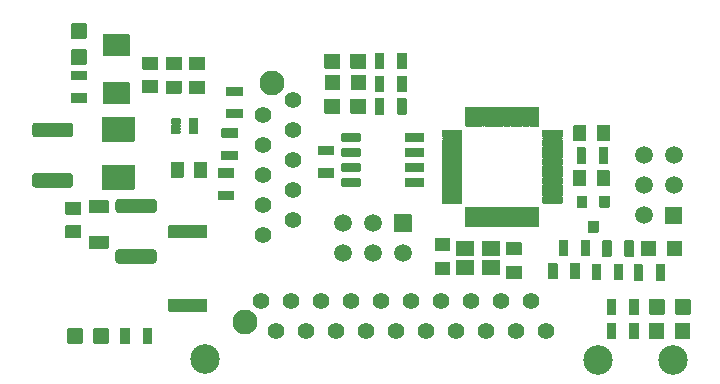
<source format=gts>
G04 #@! TF.GenerationSoftware,KiCad,Pcbnew,(5.1.10-1-10_14)*
G04 #@! TF.CreationDate,2021-10-01T00:48:21-04:00*
G04 #@! TF.ProjectId,dashboard,64617368-626f-4617-9264-2e6b69636164,rev?*
G04 #@! TF.SameCoordinates,Original*
G04 #@! TF.FileFunction,Soldermask,Top*
G04 #@! TF.FilePolarity,Negative*
%FSLAX46Y46*%
G04 Gerber Fmt 4.6, Leading zero omitted, Abs format (unit mm)*
G04 Created by KiCad (PCBNEW (5.1.10-1-10_14)) date 2021-10-01 00:48:21*
%MOMM*%
%LPD*%
G01*
G04 APERTURE LIST*
%ADD10C,1.402000*%
%ADD11C,2.102000*%
%ADD12C,1.502000*%
%ADD13C,2.502000*%
%ADD14C,0.100000*%
G04 APERTURE END LIST*
D10*
X50007520Y-47264320D03*
X50007520Y-44724320D03*
X50007520Y-42184320D03*
X50007520Y-49804320D03*
X47467520Y-43454320D03*
X47467520Y-45994320D03*
X47467520Y-48534320D03*
X47467520Y-51074320D03*
X50007520Y-52344320D03*
X47467520Y-53614320D03*
D11*
X48207520Y-40784320D03*
G36*
G01*
X53459141Y-46895660D02*
X52159139Y-46895660D01*
G75*
G02*
X52108140Y-46844661I0J50999D01*
G01*
X52108140Y-46144659D01*
G75*
G02*
X52159139Y-46093660I50999J0D01*
G01*
X53459141Y-46093660D01*
G75*
G02*
X53510140Y-46144659I0J-50999D01*
G01*
X53510140Y-46844661D01*
G75*
G02*
X53459141Y-46895660I-50999J0D01*
G01*
G37*
G36*
G01*
X53459141Y-48795660D02*
X52159139Y-48795660D01*
G75*
G02*
X52108140Y-48744661I0J50999D01*
G01*
X52108140Y-48044659D01*
G75*
G02*
X52159139Y-47993660I50999J0D01*
G01*
X53459141Y-47993660D01*
G75*
G02*
X53510140Y-48044659I0J-50999D01*
G01*
X53510140Y-48744661D01*
G75*
G02*
X53459141Y-48795660I-50999J0D01*
G01*
G37*
G36*
G01*
X42707360Y-60125360D02*
X39507360Y-60125360D01*
G75*
G02*
X39456360Y-60074360I0J51000D01*
G01*
X39456360Y-59074360D01*
G75*
G02*
X39507360Y-59023360I51000J0D01*
G01*
X42707360Y-59023360D01*
G75*
G02*
X42758360Y-59074360I0J-51000D01*
G01*
X42758360Y-60074360D01*
G75*
G02*
X42707360Y-60125360I-51000J0D01*
G01*
G37*
G36*
G01*
X42707360Y-53925360D02*
X39507360Y-53925360D01*
G75*
G02*
X39456360Y-53874360I0J51000D01*
G01*
X39456360Y-52874360D01*
G75*
G02*
X39507360Y-52823360I51000J0D01*
G01*
X42707360Y-52823360D01*
G75*
G02*
X42758360Y-52874360I0J-51000D01*
G01*
X42758360Y-53874360D01*
G75*
G02*
X42707360Y-53925360I-51000J0D01*
G01*
G37*
G36*
G01*
X73749840Y-45643960D02*
X73749840Y-44393960D01*
G75*
G02*
X73800840Y-44342960I51000J0D01*
G01*
X74800840Y-44342960D01*
G75*
G02*
X74851840Y-44393960I0J-51000D01*
G01*
X74851840Y-45643960D01*
G75*
G02*
X74800840Y-45694960I-51000J0D01*
G01*
X73800840Y-45694960D01*
G75*
G02*
X73749840Y-45643960I0J51000D01*
G01*
G37*
G36*
G01*
X75749840Y-45643960D02*
X75749840Y-44393960D01*
G75*
G02*
X75800840Y-44342960I51000J0D01*
G01*
X76800840Y-44342960D01*
G75*
G02*
X76851840Y-44393960I0J-51000D01*
G01*
X76851840Y-45643960D01*
G75*
G02*
X76800840Y-45694960I-51000J0D01*
G01*
X75800840Y-45694960D01*
G75*
G02*
X75749840Y-45643960I0J51000D01*
G01*
G37*
D12*
X79687420Y-46906180D03*
X82227420Y-46906180D03*
X79687420Y-49446180D03*
X82227420Y-49446180D03*
X79687420Y-51986180D03*
G36*
G01*
X82978420Y-51286180D02*
X82978420Y-52686180D01*
G75*
G02*
X82927420Y-52737180I-51000J0D01*
G01*
X81527420Y-52737180D01*
G75*
G02*
X81476420Y-52686180I0J51000D01*
G01*
X81476420Y-51286180D01*
G75*
G02*
X81527420Y-51235180I51000J0D01*
G01*
X82927420Y-51235180D01*
G75*
G02*
X82978420Y-51286180I0J-51000D01*
G01*
G37*
D10*
X52400200Y-59199780D03*
X49860200Y-59199780D03*
X47320200Y-59199780D03*
X54940200Y-59199780D03*
X48590200Y-61739780D03*
X51130200Y-61739780D03*
X53670200Y-61739780D03*
X56210200Y-61739780D03*
X57480200Y-59199780D03*
X58750200Y-61739780D03*
X60020200Y-59199780D03*
X61290200Y-61739780D03*
X62560200Y-59199780D03*
X63830200Y-61739780D03*
X65100200Y-59199780D03*
X66370200Y-61739780D03*
X67640200Y-59199780D03*
X68910200Y-61739780D03*
X70180200Y-59199780D03*
X71450200Y-61739780D03*
D11*
X45920200Y-60999780D03*
G36*
G01*
X78072340Y-55447961D02*
X78072340Y-54147959D01*
G75*
G02*
X78123339Y-54096960I50999J0D01*
G01*
X78823341Y-54096960D01*
G75*
G02*
X78874340Y-54147959I0J-50999D01*
G01*
X78874340Y-55447961D01*
G75*
G02*
X78823341Y-55498960I-50999J0D01*
G01*
X78123339Y-55498960D01*
G75*
G02*
X78072340Y-55447961I0J50999D01*
G01*
G37*
G36*
G01*
X76172340Y-55447961D02*
X76172340Y-54147959D01*
G75*
G02*
X76223339Y-54096960I50999J0D01*
G01*
X76923341Y-54096960D01*
G75*
G02*
X76974340Y-54147959I0J-50999D01*
G01*
X76974340Y-55447961D01*
G75*
G02*
X76923341Y-55498960I-50999J0D01*
G01*
X76223339Y-55498960D01*
G75*
G02*
X76172340Y-55447961I0J50999D01*
G01*
G37*
G36*
G01*
X76715340Y-46273959D02*
X76715340Y-47573961D01*
G75*
G02*
X76664341Y-47624960I-50999J0D01*
G01*
X75964339Y-47624960D01*
G75*
G02*
X75913340Y-47573961I0J50999D01*
G01*
X75913340Y-46273959D01*
G75*
G02*
X75964339Y-46222960I50999J0D01*
G01*
X76664341Y-46222960D01*
G75*
G02*
X76715340Y-46273959I0J-50999D01*
G01*
G37*
G36*
G01*
X74815340Y-46273959D02*
X74815340Y-47573961D01*
G75*
G02*
X74764341Y-47624960I-50999J0D01*
G01*
X74064339Y-47624960D01*
G75*
G02*
X74013340Y-47573961I0J50999D01*
G01*
X74013340Y-46273959D01*
G75*
G02*
X74064339Y-46222960I50999J0D01*
G01*
X74764341Y-46222960D01*
G75*
G02*
X74815340Y-46273959I0J-50999D01*
G01*
G37*
G36*
G01*
X67512540Y-55798059D02*
X67512540Y-56998061D01*
G75*
G02*
X67461541Y-57049060I-50999J0D01*
G01*
X66061539Y-57049060D01*
G75*
G02*
X66010540Y-56998061I0J50999D01*
G01*
X66010540Y-55798059D01*
G75*
G02*
X66061539Y-55747060I50999J0D01*
G01*
X67461541Y-55747060D01*
G75*
G02*
X67512540Y-55798059I0J-50999D01*
G01*
G37*
G36*
G01*
X65312540Y-55798059D02*
X65312540Y-56998061D01*
G75*
G02*
X65261541Y-57049060I-50999J0D01*
G01*
X63861539Y-57049060D01*
G75*
G02*
X63810540Y-56998061I0J50999D01*
G01*
X63810540Y-55798059D01*
G75*
G02*
X63861539Y-55747060I50999J0D01*
G01*
X65261541Y-55747060D01*
G75*
G02*
X65312540Y-55798059I0J-50999D01*
G01*
G37*
G36*
G01*
X65312540Y-54198059D02*
X65312540Y-55398061D01*
G75*
G02*
X65261541Y-55449060I-50999J0D01*
G01*
X63861539Y-55449060D01*
G75*
G02*
X63810540Y-55398061I0J50999D01*
G01*
X63810540Y-54198059D01*
G75*
G02*
X63861539Y-54147060I50999J0D01*
G01*
X65261541Y-54147060D01*
G75*
G02*
X65312540Y-54198059I0J-50999D01*
G01*
G37*
G36*
G01*
X67512540Y-54198059D02*
X67512540Y-55398061D01*
G75*
G02*
X67461541Y-55449060I-50999J0D01*
G01*
X66061539Y-55449060D01*
G75*
G02*
X66010540Y-55398061I0J50999D01*
G01*
X66010540Y-54198059D01*
G75*
G02*
X66061539Y-54147060I50999J0D01*
G01*
X67461541Y-54147060D01*
G75*
G02*
X67512540Y-54198059I0J-50999D01*
G01*
G37*
G36*
G01*
X63289340Y-56983960D02*
X62039340Y-56983960D01*
G75*
G02*
X61988340Y-56932960I0J51000D01*
G01*
X61988340Y-55932960D01*
G75*
G02*
X62039340Y-55881960I51000J0D01*
G01*
X63289340Y-55881960D01*
G75*
G02*
X63340340Y-55932960I0J-51000D01*
G01*
X63340340Y-56932960D01*
G75*
G02*
X63289340Y-56983960I-51000J0D01*
G01*
G37*
G36*
G01*
X63289340Y-54983960D02*
X62039340Y-54983960D01*
G75*
G02*
X61988340Y-54932960I0J51000D01*
G01*
X61988340Y-53932960D01*
G75*
G02*
X62039340Y-53881960I51000J0D01*
G01*
X63289340Y-53881960D01*
G75*
G02*
X63340340Y-53932960I0J-51000D01*
G01*
X63340340Y-54932960D01*
G75*
G02*
X63289340Y-54983960I-51000J0D01*
G01*
G37*
G36*
G01*
X61135740Y-48897260D02*
X61135740Y-49497260D01*
G75*
G02*
X61084740Y-49548260I-51000J0D01*
G01*
X59534740Y-49548260D01*
G75*
G02*
X59483740Y-49497260I0J51000D01*
G01*
X59483740Y-48897260D01*
G75*
G02*
X59534740Y-48846260I51000J0D01*
G01*
X61084740Y-48846260D01*
G75*
G02*
X61135740Y-48897260I0J-51000D01*
G01*
G37*
G36*
G01*
X61135740Y-47627260D02*
X61135740Y-48227260D01*
G75*
G02*
X61084740Y-48278260I-51000J0D01*
G01*
X59534740Y-48278260D01*
G75*
G02*
X59483740Y-48227260I0J51000D01*
G01*
X59483740Y-47627260D01*
G75*
G02*
X59534740Y-47576260I51000J0D01*
G01*
X61084740Y-47576260D01*
G75*
G02*
X61135740Y-47627260I0J-51000D01*
G01*
G37*
G36*
G01*
X61135740Y-46357260D02*
X61135740Y-46957260D01*
G75*
G02*
X61084740Y-47008260I-51000J0D01*
G01*
X59534740Y-47008260D01*
G75*
G02*
X59483740Y-46957260I0J51000D01*
G01*
X59483740Y-46357260D01*
G75*
G02*
X59534740Y-46306260I51000J0D01*
G01*
X61084740Y-46306260D01*
G75*
G02*
X61135740Y-46357260I0J-51000D01*
G01*
G37*
G36*
G01*
X61135740Y-45087260D02*
X61135740Y-45687260D01*
G75*
G02*
X61084740Y-45738260I-51000J0D01*
G01*
X59534740Y-45738260D01*
G75*
G02*
X59483740Y-45687260I0J51000D01*
G01*
X59483740Y-45087260D01*
G75*
G02*
X59534740Y-45036260I51000J0D01*
G01*
X61084740Y-45036260D01*
G75*
G02*
X61135740Y-45087260I0J-51000D01*
G01*
G37*
G36*
G01*
X55735740Y-45087260D02*
X55735740Y-45687260D01*
G75*
G02*
X55684740Y-45738260I-51000J0D01*
G01*
X54134740Y-45738260D01*
G75*
G02*
X54083740Y-45687260I0J51000D01*
G01*
X54083740Y-45087260D01*
G75*
G02*
X54134740Y-45036260I51000J0D01*
G01*
X55684740Y-45036260D01*
G75*
G02*
X55735740Y-45087260I0J-51000D01*
G01*
G37*
G36*
G01*
X55735740Y-46357260D02*
X55735740Y-46957260D01*
G75*
G02*
X55684740Y-47008260I-51000J0D01*
G01*
X54134740Y-47008260D01*
G75*
G02*
X54083740Y-46957260I0J51000D01*
G01*
X54083740Y-46357260D01*
G75*
G02*
X54134740Y-46306260I51000J0D01*
G01*
X55684740Y-46306260D01*
G75*
G02*
X55735740Y-46357260I0J-51000D01*
G01*
G37*
G36*
G01*
X55735740Y-47627260D02*
X55735740Y-48227260D01*
G75*
G02*
X55684740Y-48278260I-51000J0D01*
G01*
X54134740Y-48278260D01*
G75*
G02*
X54083740Y-48227260I0J51000D01*
G01*
X54083740Y-47627260D01*
G75*
G02*
X54134740Y-47576260I51000J0D01*
G01*
X55684740Y-47576260D01*
G75*
G02*
X55735740Y-47627260I0J-51000D01*
G01*
G37*
G36*
G01*
X55735740Y-48897260D02*
X55735740Y-49497260D01*
G75*
G02*
X55684740Y-49548260I-51000J0D01*
G01*
X54134740Y-49548260D01*
G75*
G02*
X54083740Y-49497260I0J51000D01*
G01*
X54083740Y-48897260D01*
G75*
G02*
X54134740Y-48846260I51000J0D01*
G01*
X55684740Y-48846260D01*
G75*
G02*
X55735740Y-48897260I0J-51000D01*
G01*
G37*
G36*
G01*
X75283340Y-57416461D02*
X75283340Y-56116459D01*
G75*
G02*
X75334339Y-56065460I50999J0D01*
G01*
X76034341Y-56065460D01*
G75*
G02*
X76085340Y-56116459I0J-50999D01*
G01*
X76085340Y-57416461D01*
G75*
G02*
X76034341Y-57467460I-50999J0D01*
G01*
X75334339Y-57467460D01*
G75*
G02*
X75283340Y-57416461I0J50999D01*
G01*
G37*
G36*
G01*
X77183340Y-57416461D02*
X77183340Y-56116459D01*
G75*
G02*
X77234339Y-56065460I50999J0D01*
G01*
X77934341Y-56065460D01*
G75*
G02*
X77985340Y-56116459I0J-50999D01*
G01*
X77985340Y-57416461D01*
G75*
G02*
X77934341Y-57467460I-50999J0D01*
G01*
X77234339Y-57467460D01*
G75*
G02*
X77183340Y-57416461I0J50999D01*
G01*
G37*
G36*
G01*
X62630640Y-45338760D02*
X62630640Y-44788760D01*
G75*
G02*
X62681640Y-44737760I51000J0D01*
G01*
X64281640Y-44737760D01*
G75*
G02*
X64332640Y-44788760I0J-51000D01*
G01*
X64332640Y-45338760D01*
G75*
G02*
X64281640Y-45389760I-51000J0D01*
G01*
X62681640Y-45389760D01*
G75*
G02*
X62630640Y-45338760I0J51000D01*
G01*
G37*
G36*
G01*
X62630640Y-46138760D02*
X62630640Y-45588760D01*
G75*
G02*
X62681640Y-45537760I51000J0D01*
G01*
X64281640Y-45537760D01*
G75*
G02*
X64332640Y-45588760I0J-51000D01*
G01*
X64332640Y-46138760D01*
G75*
G02*
X64281640Y-46189760I-51000J0D01*
G01*
X62681640Y-46189760D01*
G75*
G02*
X62630640Y-46138760I0J51000D01*
G01*
G37*
G36*
G01*
X62630640Y-46938760D02*
X62630640Y-46388760D01*
G75*
G02*
X62681640Y-46337760I51000J0D01*
G01*
X64281640Y-46337760D01*
G75*
G02*
X64332640Y-46388760I0J-51000D01*
G01*
X64332640Y-46938760D01*
G75*
G02*
X64281640Y-46989760I-51000J0D01*
G01*
X62681640Y-46989760D01*
G75*
G02*
X62630640Y-46938760I0J51000D01*
G01*
G37*
G36*
G01*
X62630640Y-47738760D02*
X62630640Y-47188760D01*
G75*
G02*
X62681640Y-47137760I51000J0D01*
G01*
X64281640Y-47137760D01*
G75*
G02*
X64332640Y-47188760I0J-51000D01*
G01*
X64332640Y-47738760D01*
G75*
G02*
X64281640Y-47789760I-51000J0D01*
G01*
X62681640Y-47789760D01*
G75*
G02*
X62630640Y-47738760I0J51000D01*
G01*
G37*
G36*
G01*
X62630640Y-48538760D02*
X62630640Y-47988760D01*
G75*
G02*
X62681640Y-47937760I51000J0D01*
G01*
X64281640Y-47937760D01*
G75*
G02*
X64332640Y-47988760I0J-51000D01*
G01*
X64332640Y-48538760D01*
G75*
G02*
X64281640Y-48589760I-51000J0D01*
G01*
X62681640Y-48589760D01*
G75*
G02*
X62630640Y-48538760I0J51000D01*
G01*
G37*
G36*
G01*
X62630640Y-49338760D02*
X62630640Y-48788760D01*
G75*
G02*
X62681640Y-48737760I51000J0D01*
G01*
X64281640Y-48737760D01*
G75*
G02*
X64332640Y-48788760I0J-51000D01*
G01*
X64332640Y-49338760D01*
G75*
G02*
X64281640Y-49389760I-51000J0D01*
G01*
X62681640Y-49389760D01*
G75*
G02*
X62630640Y-49338760I0J51000D01*
G01*
G37*
G36*
G01*
X62630640Y-50138760D02*
X62630640Y-49588760D01*
G75*
G02*
X62681640Y-49537760I51000J0D01*
G01*
X64281640Y-49537760D01*
G75*
G02*
X64332640Y-49588760I0J-51000D01*
G01*
X64332640Y-50138760D01*
G75*
G02*
X64281640Y-50189760I-51000J0D01*
G01*
X62681640Y-50189760D01*
G75*
G02*
X62630640Y-50138760I0J51000D01*
G01*
G37*
G36*
G01*
X62630640Y-50938760D02*
X62630640Y-50388760D01*
G75*
G02*
X62681640Y-50337760I51000J0D01*
G01*
X64281640Y-50337760D01*
G75*
G02*
X64332640Y-50388760I0J-51000D01*
G01*
X64332640Y-50938760D01*
G75*
G02*
X64281640Y-50989760I-51000J0D01*
G01*
X62681640Y-50989760D01*
G75*
G02*
X62630640Y-50938760I0J51000D01*
G01*
G37*
G36*
G01*
X65206640Y-52964760D02*
X64656640Y-52964760D01*
G75*
G02*
X64605640Y-52913760I0J51000D01*
G01*
X64605640Y-51313760D01*
G75*
G02*
X64656640Y-51262760I51000J0D01*
G01*
X65206640Y-51262760D01*
G75*
G02*
X65257640Y-51313760I0J-51000D01*
G01*
X65257640Y-52913760D01*
G75*
G02*
X65206640Y-52964760I-51000J0D01*
G01*
G37*
G36*
G01*
X66006640Y-52964760D02*
X65456640Y-52964760D01*
G75*
G02*
X65405640Y-52913760I0J51000D01*
G01*
X65405640Y-51313760D01*
G75*
G02*
X65456640Y-51262760I51000J0D01*
G01*
X66006640Y-51262760D01*
G75*
G02*
X66057640Y-51313760I0J-51000D01*
G01*
X66057640Y-52913760D01*
G75*
G02*
X66006640Y-52964760I-51000J0D01*
G01*
G37*
G36*
G01*
X66806640Y-52964760D02*
X66256640Y-52964760D01*
G75*
G02*
X66205640Y-52913760I0J51000D01*
G01*
X66205640Y-51313760D01*
G75*
G02*
X66256640Y-51262760I51000J0D01*
G01*
X66806640Y-51262760D01*
G75*
G02*
X66857640Y-51313760I0J-51000D01*
G01*
X66857640Y-52913760D01*
G75*
G02*
X66806640Y-52964760I-51000J0D01*
G01*
G37*
G36*
G01*
X67606640Y-52964760D02*
X67056640Y-52964760D01*
G75*
G02*
X67005640Y-52913760I0J51000D01*
G01*
X67005640Y-51313760D01*
G75*
G02*
X67056640Y-51262760I51000J0D01*
G01*
X67606640Y-51262760D01*
G75*
G02*
X67657640Y-51313760I0J-51000D01*
G01*
X67657640Y-52913760D01*
G75*
G02*
X67606640Y-52964760I-51000J0D01*
G01*
G37*
G36*
G01*
X68406640Y-52964760D02*
X67856640Y-52964760D01*
G75*
G02*
X67805640Y-52913760I0J51000D01*
G01*
X67805640Y-51313760D01*
G75*
G02*
X67856640Y-51262760I51000J0D01*
G01*
X68406640Y-51262760D01*
G75*
G02*
X68457640Y-51313760I0J-51000D01*
G01*
X68457640Y-52913760D01*
G75*
G02*
X68406640Y-52964760I-51000J0D01*
G01*
G37*
G36*
G01*
X69206640Y-52964760D02*
X68656640Y-52964760D01*
G75*
G02*
X68605640Y-52913760I0J51000D01*
G01*
X68605640Y-51313760D01*
G75*
G02*
X68656640Y-51262760I51000J0D01*
G01*
X69206640Y-51262760D01*
G75*
G02*
X69257640Y-51313760I0J-51000D01*
G01*
X69257640Y-52913760D01*
G75*
G02*
X69206640Y-52964760I-51000J0D01*
G01*
G37*
G36*
G01*
X70006640Y-52964760D02*
X69456640Y-52964760D01*
G75*
G02*
X69405640Y-52913760I0J51000D01*
G01*
X69405640Y-51313760D01*
G75*
G02*
X69456640Y-51262760I51000J0D01*
G01*
X70006640Y-51262760D01*
G75*
G02*
X70057640Y-51313760I0J-51000D01*
G01*
X70057640Y-52913760D01*
G75*
G02*
X70006640Y-52964760I-51000J0D01*
G01*
G37*
G36*
G01*
X70806640Y-52964760D02*
X70256640Y-52964760D01*
G75*
G02*
X70205640Y-52913760I0J51000D01*
G01*
X70205640Y-51313760D01*
G75*
G02*
X70256640Y-51262760I51000J0D01*
G01*
X70806640Y-51262760D01*
G75*
G02*
X70857640Y-51313760I0J-51000D01*
G01*
X70857640Y-52913760D01*
G75*
G02*
X70806640Y-52964760I-51000J0D01*
G01*
G37*
G36*
G01*
X71130640Y-50938760D02*
X71130640Y-50388760D01*
G75*
G02*
X71181640Y-50337760I51000J0D01*
G01*
X72781640Y-50337760D01*
G75*
G02*
X72832640Y-50388760I0J-51000D01*
G01*
X72832640Y-50938760D01*
G75*
G02*
X72781640Y-50989760I-51000J0D01*
G01*
X71181640Y-50989760D01*
G75*
G02*
X71130640Y-50938760I0J51000D01*
G01*
G37*
G36*
G01*
X71130640Y-50138760D02*
X71130640Y-49588760D01*
G75*
G02*
X71181640Y-49537760I51000J0D01*
G01*
X72781640Y-49537760D01*
G75*
G02*
X72832640Y-49588760I0J-51000D01*
G01*
X72832640Y-50138760D01*
G75*
G02*
X72781640Y-50189760I-51000J0D01*
G01*
X71181640Y-50189760D01*
G75*
G02*
X71130640Y-50138760I0J51000D01*
G01*
G37*
G36*
G01*
X71130640Y-49338760D02*
X71130640Y-48788760D01*
G75*
G02*
X71181640Y-48737760I51000J0D01*
G01*
X72781640Y-48737760D01*
G75*
G02*
X72832640Y-48788760I0J-51000D01*
G01*
X72832640Y-49338760D01*
G75*
G02*
X72781640Y-49389760I-51000J0D01*
G01*
X71181640Y-49389760D01*
G75*
G02*
X71130640Y-49338760I0J51000D01*
G01*
G37*
G36*
G01*
X71130640Y-48538760D02*
X71130640Y-47988760D01*
G75*
G02*
X71181640Y-47937760I51000J0D01*
G01*
X72781640Y-47937760D01*
G75*
G02*
X72832640Y-47988760I0J-51000D01*
G01*
X72832640Y-48538760D01*
G75*
G02*
X72781640Y-48589760I-51000J0D01*
G01*
X71181640Y-48589760D01*
G75*
G02*
X71130640Y-48538760I0J51000D01*
G01*
G37*
G36*
G01*
X71130640Y-47738760D02*
X71130640Y-47188760D01*
G75*
G02*
X71181640Y-47137760I51000J0D01*
G01*
X72781640Y-47137760D01*
G75*
G02*
X72832640Y-47188760I0J-51000D01*
G01*
X72832640Y-47738760D01*
G75*
G02*
X72781640Y-47789760I-51000J0D01*
G01*
X71181640Y-47789760D01*
G75*
G02*
X71130640Y-47738760I0J51000D01*
G01*
G37*
G36*
G01*
X71130640Y-46938760D02*
X71130640Y-46388760D01*
G75*
G02*
X71181640Y-46337760I51000J0D01*
G01*
X72781640Y-46337760D01*
G75*
G02*
X72832640Y-46388760I0J-51000D01*
G01*
X72832640Y-46938760D01*
G75*
G02*
X72781640Y-46989760I-51000J0D01*
G01*
X71181640Y-46989760D01*
G75*
G02*
X71130640Y-46938760I0J51000D01*
G01*
G37*
G36*
G01*
X71130640Y-46138760D02*
X71130640Y-45588760D01*
G75*
G02*
X71181640Y-45537760I51000J0D01*
G01*
X72781640Y-45537760D01*
G75*
G02*
X72832640Y-45588760I0J-51000D01*
G01*
X72832640Y-46138760D01*
G75*
G02*
X72781640Y-46189760I-51000J0D01*
G01*
X71181640Y-46189760D01*
G75*
G02*
X71130640Y-46138760I0J51000D01*
G01*
G37*
G36*
G01*
X71130640Y-45338760D02*
X71130640Y-44788760D01*
G75*
G02*
X71181640Y-44737760I51000J0D01*
G01*
X72781640Y-44737760D01*
G75*
G02*
X72832640Y-44788760I0J-51000D01*
G01*
X72832640Y-45338760D01*
G75*
G02*
X72781640Y-45389760I-51000J0D01*
G01*
X71181640Y-45389760D01*
G75*
G02*
X71130640Y-45338760I0J51000D01*
G01*
G37*
G36*
G01*
X70806640Y-44464760D02*
X70256640Y-44464760D01*
G75*
G02*
X70205640Y-44413760I0J51000D01*
G01*
X70205640Y-42813760D01*
G75*
G02*
X70256640Y-42762760I51000J0D01*
G01*
X70806640Y-42762760D01*
G75*
G02*
X70857640Y-42813760I0J-51000D01*
G01*
X70857640Y-44413760D01*
G75*
G02*
X70806640Y-44464760I-51000J0D01*
G01*
G37*
G36*
G01*
X70006640Y-44464760D02*
X69456640Y-44464760D01*
G75*
G02*
X69405640Y-44413760I0J51000D01*
G01*
X69405640Y-42813760D01*
G75*
G02*
X69456640Y-42762760I51000J0D01*
G01*
X70006640Y-42762760D01*
G75*
G02*
X70057640Y-42813760I0J-51000D01*
G01*
X70057640Y-44413760D01*
G75*
G02*
X70006640Y-44464760I-51000J0D01*
G01*
G37*
G36*
G01*
X69206640Y-44464760D02*
X68656640Y-44464760D01*
G75*
G02*
X68605640Y-44413760I0J51000D01*
G01*
X68605640Y-42813760D01*
G75*
G02*
X68656640Y-42762760I51000J0D01*
G01*
X69206640Y-42762760D01*
G75*
G02*
X69257640Y-42813760I0J-51000D01*
G01*
X69257640Y-44413760D01*
G75*
G02*
X69206640Y-44464760I-51000J0D01*
G01*
G37*
G36*
G01*
X68406640Y-44464760D02*
X67856640Y-44464760D01*
G75*
G02*
X67805640Y-44413760I0J51000D01*
G01*
X67805640Y-42813760D01*
G75*
G02*
X67856640Y-42762760I51000J0D01*
G01*
X68406640Y-42762760D01*
G75*
G02*
X68457640Y-42813760I0J-51000D01*
G01*
X68457640Y-44413760D01*
G75*
G02*
X68406640Y-44464760I-51000J0D01*
G01*
G37*
G36*
G01*
X67606640Y-44464760D02*
X67056640Y-44464760D01*
G75*
G02*
X67005640Y-44413760I0J51000D01*
G01*
X67005640Y-42813760D01*
G75*
G02*
X67056640Y-42762760I51000J0D01*
G01*
X67606640Y-42762760D01*
G75*
G02*
X67657640Y-42813760I0J-51000D01*
G01*
X67657640Y-44413760D01*
G75*
G02*
X67606640Y-44464760I-51000J0D01*
G01*
G37*
G36*
G01*
X66806640Y-44464760D02*
X66256640Y-44464760D01*
G75*
G02*
X66205640Y-44413760I0J51000D01*
G01*
X66205640Y-42813760D01*
G75*
G02*
X66256640Y-42762760I51000J0D01*
G01*
X66806640Y-42762760D01*
G75*
G02*
X66857640Y-42813760I0J-51000D01*
G01*
X66857640Y-44413760D01*
G75*
G02*
X66806640Y-44464760I-51000J0D01*
G01*
G37*
G36*
G01*
X66006640Y-44464760D02*
X65456640Y-44464760D01*
G75*
G02*
X65405640Y-44413760I0J51000D01*
G01*
X65405640Y-42813760D01*
G75*
G02*
X65456640Y-42762760I51000J0D01*
G01*
X66006640Y-42762760D01*
G75*
G02*
X66057640Y-42813760I0J-51000D01*
G01*
X66057640Y-44413760D01*
G75*
G02*
X66006640Y-44464760I-51000J0D01*
G01*
G37*
G36*
G01*
X65206640Y-44464760D02*
X64656640Y-44464760D01*
G75*
G02*
X64605640Y-44413760I0J51000D01*
G01*
X64605640Y-42813760D01*
G75*
G02*
X64656640Y-42762760I51000J0D01*
G01*
X65206640Y-42762760D01*
G75*
G02*
X65257640Y-42813760I0J-51000D01*
G01*
X65257640Y-44413760D01*
G75*
G02*
X65206640Y-44464760I-51000J0D01*
G01*
G37*
G36*
G01*
X73291340Y-54084459D02*
X73291340Y-55384461D01*
G75*
G02*
X73240341Y-55435460I-50999J0D01*
G01*
X72540339Y-55435460D01*
G75*
G02*
X72489340Y-55384461I0J50999D01*
G01*
X72489340Y-54084459D01*
G75*
G02*
X72540339Y-54033460I50999J0D01*
G01*
X73240341Y-54033460D01*
G75*
G02*
X73291340Y-54084459I0J-50999D01*
G01*
G37*
G36*
G01*
X75191340Y-54084459D02*
X75191340Y-55384461D01*
G75*
G02*
X75140341Y-55435460I-50999J0D01*
G01*
X74440339Y-55435460D01*
G75*
G02*
X74389340Y-55384461I0J50999D01*
G01*
X74389340Y-54084459D01*
G75*
G02*
X74440339Y-54033460I50999J0D01*
G01*
X75140341Y-54033460D01*
G75*
G02*
X75191340Y-54084459I0J-50999D01*
G01*
G37*
G36*
G01*
X73724440Y-49453960D02*
X73724440Y-48203960D01*
G75*
G02*
X73775440Y-48152960I51000J0D01*
G01*
X74775440Y-48152960D01*
G75*
G02*
X74826440Y-48203960I0J-51000D01*
G01*
X74826440Y-49453960D01*
G75*
G02*
X74775440Y-49504960I-51000J0D01*
G01*
X73775440Y-49504960D01*
G75*
G02*
X73724440Y-49453960I0J51000D01*
G01*
G37*
G36*
G01*
X75724440Y-49453960D02*
X75724440Y-48203960D01*
G75*
G02*
X75775440Y-48152960I51000J0D01*
G01*
X76775440Y-48152960D01*
G75*
G02*
X76826440Y-48203960I0J-51000D01*
G01*
X76826440Y-49453960D01*
G75*
G02*
X76775440Y-49504960I-51000J0D01*
G01*
X75775440Y-49504960D01*
G75*
G02*
X75724440Y-49453960I0J51000D01*
G01*
G37*
G36*
G01*
X68071840Y-56262960D02*
X69321840Y-56262960D01*
G75*
G02*
X69372840Y-56313960I0J-51000D01*
G01*
X69372840Y-57313960D01*
G75*
G02*
X69321840Y-57364960I-51000J0D01*
G01*
X68071840Y-57364960D01*
G75*
G02*
X68020840Y-57313960I0J51000D01*
G01*
X68020840Y-56313960D01*
G75*
G02*
X68071840Y-56262960I51000J0D01*
G01*
G37*
G36*
G01*
X68071840Y-54262960D02*
X69321840Y-54262960D01*
G75*
G02*
X69372840Y-54313960I0J-51000D01*
G01*
X69372840Y-55313960D01*
G75*
G02*
X69321840Y-55364960I-51000J0D01*
G01*
X68071840Y-55364960D01*
G75*
G02*
X68020840Y-55313960I0J51000D01*
G01*
X68020840Y-54313960D01*
G75*
G02*
X68071840Y-54262960I51000J0D01*
G01*
G37*
G36*
G01*
X82320820Y-62357561D02*
X82320820Y-61157559D01*
G75*
G02*
X82371819Y-61106560I50999J0D01*
G01*
X83571821Y-61106560D01*
G75*
G02*
X83622820Y-61157559I0J-50999D01*
G01*
X83622820Y-62357561D01*
G75*
G02*
X83571821Y-62408560I-50999J0D01*
G01*
X82371819Y-62408560D01*
G75*
G02*
X82320820Y-62357561I0J50999D01*
G01*
G37*
G36*
G01*
X80120820Y-62357561D02*
X80120820Y-61157559D01*
G75*
G02*
X80171819Y-61106560I50999J0D01*
G01*
X81371821Y-61106560D01*
G75*
G02*
X81422820Y-61157559I0J-50999D01*
G01*
X81422820Y-62357561D01*
G75*
G02*
X81371821Y-62408560I-50999J0D01*
G01*
X80171819Y-62408560D01*
G75*
G02*
X80120820Y-62357561I0J50999D01*
G01*
G37*
G36*
G01*
X80163820Y-60325561D02*
X80163820Y-59125559D01*
G75*
G02*
X80214819Y-59074560I50999J0D01*
G01*
X81414821Y-59074560D01*
G75*
G02*
X81465820Y-59125559I0J-50999D01*
G01*
X81465820Y-60325561D01*
G75*
G02*
X81414821Y-60376560I-50999J0D01*
G01*
X80214819Y-60376560D01*
G75*
G02*
X80163820Y-60325561I0J50999D01*
G01*
G37*
G36*
G01*
X82363820Y-60325561D02*
X82363820Y-59125559D01*
G75*
G02*
X82414819Y-59074560I50999J0D01*
G01*
X83614821Y-59074560D01*
G75*
G02*
X83665820Y-59125559I0J-50999D01*
G01*
X83665820Y-60325561D01*
G75*
G02*
X83614821Y-60376560I-50999J0D01*
G01*
X82414819Y-60376560D01*
G75*
G02*
X82363820Y-60325561I0J50999D01*
G01*
G37*
G36*
G01*
X56198440Y-40151759D02*
X56198440Y-41351761D01*
G75*
G02*
X56147441Y-41402760I-50999J0D01*
G01*
X54947439Y-41402760D01*
G75*
G02*
X54896440Y-41351761I0J50999D01*
G01*
X54896440Y-40151759D01*
G75*
G02*
X54947439Y-40100760I50999J0D01*
G01*
X56147441Y-40100760D01*
G75*
G02*
X56198440Y-40151759I0J-50999D01*
G01*
G37*
G36*
G01*
X53998440Y-40151759D02*
X53998440Y-41351761D01*
G75*
G02*
X53947441Y-41402760I-50999J0D01*
G01*
X52747439Y-41402760D01*
G75*
G02*
X52696440Y-41351761I0J50999D01*
G01*
X52696440Y-40151759D01*
G75*
G02*
X52747439Y-40100760I50999J0D01*
G01*
X53947441Y-40100760D01*
G75*
G02*
X53998440Y-40151759I0J-50999D01*
G01*
G37*
G36*
G01*
X53973040Y-42132959D02*
X53973040Y-43332961D01*
G75*
G02*
X53922041Y-43383960I-50999J0D01*
G01*
X52722039Y-43383960D01*
G75*
G02*
X52671040Y-43332961I0J50999D01*
G01*
X52671040Y-42132959D01*
G75*
G02*
X52722039Y-42081960I50999J0D01*
G01*
X53922041Y-42081960D01*
G75*
G02*
X53973040Y-42132959I0J-50999D01*
G01*
G37*
G36*
G01*
X56173040Y-42132959D02*
X56173040Y-43332961D01*
G75*
G02*
X56122041Y-43383960I-50999J0D01*
G01*
X54922039Y-43383960D01*
G75*
G02*
X54871040Y-43332961I0J50999D01*
G01*
X54871040Y-42132959D01*
G75*
G02*
X54922039Y-42081960I50999J0D01*
G01*
X56122041Y-42081960D01*
G75*
G02*
X56173040Y-42132959I0J-50999D01*
G01*
G37*
G36*
G01*
X53973040Y-38322959D02*
X53973040Y-39522961D01*
G75*
G02*
X53922041Y-39573960I-50999J0D01*
G01*
X52722039Y-39573960D01*
G75*
G02*
X52671040Y-39522961I0J50999D01*
G01*
X52671040Y-38322959D01*
G75*
G02*
X52722039Y-38271960I50999J0D01*
G01*
X53922041Y-38271960D01*
G75*
G02*
X53973040Y-38322959I0J-50999D01*
G01*
G37*
G36*
G01*
X56173040Y-38322959D02*
X56173040Y-39522961D01*
G75*
G02*
X56122041Y-39573960I-50999J0D01*
G01*
X54922039Y-39573960D01*
G75*
G02*
X54871040Y-39522961I0J50999D01*
G01*
X54871040Y-38322959D01*
G75*
G02*
X54922039Y-38271960I50999J0D01*
G01*
X56122041Y-38271960D01*
G75*
G02*
X56173040Y-38322959I0J-50999D01*
G01*
G37*
G36*
G01*
X81655340Y-55397961D02*
X81655340Y-54197959D01*
G75*
G02*
X81706339Y-54146960I50999J0D01*
G01*
X82906341Y-54146960D01*
G75*
G02*
X82957340Y-54197959I0J-50999D01*
G01*
X82957340Y-55397961D01*
G75*
G02*
X82906341Y-55448960I-50999J0D01*
G01*
X81706339Y-55448960D01*
G75*
G02*
X81655340Y-55397961I0J50999D01*
G01*
G37*
G36*
G01*
X79455340Y-55397961D02*
X79455340Y-54197959D01*
G75*
G02*
X79506339Y-54146960I50999J0D01*
G01*
X80706341Y-54146960D01*
G75*
G02*
X80757340Y-54197959I0J-50999D01*
G01*
X80757340Y-55397961D01*
G75*
G02*
X80706341Y-55448960I-50999J0D01*
G01*
X79506339Y-55448960D01*
G75*
G02*
X79455340Y-55397961I0J50999D01*
G01*
G37*
G36*
G01*
X58611540Y-51875260D02*
X60011540Y-51875260D01*
G75*
G02*
X60062540Y-51926260I0J-51000D01*
G01*
X60062540Y-53326260D01*
G75*
G02*
X60011540Y-53377260I-51000J0D01*
G01*
X58611540Y-53377260D01*
G75*
G02*
X58560540Y-53326260I0J51000D01*
G01*
X58560540Y-51926260D01*
G75*
G02*
X58611540Y-51875260I51000J0D01*
G01*
G37*
D12*
X59311540Y-55166260D03*
X56771540Y-52626260D03*
X56771540Y-55166260D03*
X54231540Y-52626260D03*
X54231540Y-55166260D03*
G36*
G01*
X75977840Y-50325960D02*
X76777840Y-50325960D01*
G75*
G02*
X76828840Y-50376960I0J-51000D01*
G01*
X76828840Y-51276960D01*
G75*
G02*
X76777840Y-51327960I-51000J0D01*
G01*
X75977840Y-51327960D01*
G75*
G02*
X75926840Y-51276960I0J51000D01*
G01*
X75926840Y-50376960D01*
G75*
G02*
X75977840Y-50325960I51000J0D01*
G01*
G37*
G36*
G01*
X74077840Y-50325960D02*
X74877840Y-50325960D01*
G75*
G02*
X74928840Y-50376960I0J-51000D01*
G01*
X74928840Y-51276960D01*
G75*
G02*
X74877840Y-51327960I-51000J0D01*
G01*
X74077840Y-51327960D01*
G75*
G02*
X74026840Y-51276960I0J51000D01*
G01*
X74026840Y-50376960D01*
G75*
G02*
X74077840Y-50325960I51000J0D01*
G01*
G37*
G36*
G01*
X75027840Y-52425960D02*
X75827840Y-52425960D01*
G75*
G02*
X75878840Y-52476960I0J-51000D01*
G01*
X75878840Y-53376960D01*
G75*
G02*
X75827840Y-53427960I-51000J0D01*
G01*
X75027840Y-53427960D01*
G75*
G02*
X74976840Y-53376960I0J51000D01*
G01*
X74976840Y-52476960D01*
G75*
G02*
X75027840Y-52425960I51000J0D01*
G01*
G37*
G36*
G01*
X79285820Y-61107559D02*
X79285820Y-62407561D01*
G75*
G02*
X79234821Y-62458560I-50999J0D01*
G01*
X78534819Y-62458560D01*
G75*
G02*
X78483820Y-62407561I0J50999D01*
G01*
X78483820Y-61107559D01*
G75*
G02*
X78534819Y-61056560I50999J0D01*
G01*
X79234821Y-61056560D01*
G75*
G02*
X79285820Y-61107559I0J-50999D01*
G01*
G37*
G36*
G01*
X77385820Y-61107559D02*
X77385820Y-62407561D01*
G75*
G02*
X77334821Y-62458560I-50999J0D01*
G01*
X76634819Y-62458560D01*
G75*
G02*
X76583820Y-62407561I0J50999D01*
G01*
X76583820Y-61107559D01*
G75*
G02*
X76634819Y-61056560I50999J0D01*
G01*
X77334821Y-61056560D01*
G75*
G02*
X77385820Y-61107559I0J-50999D01*
G01*
G37*
G36*
G01*
X77385820Y-59075559D02*
X77385820Y-60375561D01*
G75*
G02*
X77334821Y-60426560I-50999J0D01*
G01*
X76634819Y-60426560D01*
G75*
G02*
X76583820Y-60375561I0J50999D01*
G01*
X76583820Y-59075559D01*
G75*
G02*
X76634819Y-59024560I50999J0D01*
G01*
X77334821Y-59024560D01*
G75*
G02*
X77385820Y-59075559I0J-50999D01*
G01*
G37*
G36*
G01*
X79285820Y-59075559D02*
X79285820Y-60375561D01*
G75*
G02*
X79234821Y-60426560I-50999J0D01*
G01*
X78534819Y-60426560D01*
G75*
G02*
X78483820Y-60375561I0J50999D01*
G01*
X78483820Y-59075559D01*
G75*
G02*
X78534819Y-59024560I50999J0D01*
G01*
X79234821Y-59024560D01*
G75*
G02*
X79285820Y-59075559I0J-50999D01*
G01*
G37*
G36*
G01*
X78836840Y-57479961D02*
X78836840Y-56179959D01*
G75*
G02*
X78887839Y-56128960I50999J0D01*
G01*
X79587841Y-56128960D01*
G75*
G02*
X79638840Y-56179959I0J-50999D01*
G01*
X79638840Y-57479961D01*
G75*
G02*
X79587841Y-57530960I-50999J0D01*
G01*
X78887839Y-57530960D01*
G75*
G02*
X78836840Y-57479961I0J50999D01*
G01*
G37*
G36*
G01*
X80736840Y-57479961D02*
X80736840Y-56179959D01*
G75*
G02*
X80787839Y-56128960I50999J0D01*
G01*
X81487841Y-56128960D01*
G75*
G02*
X81538840Y-56179959I0J-50999D01*
G01*
X81538840Y-57479961D01*
G75*
G02*
X81487841Y-57530960I-50999J0D01*
G01*
X80787839Y-57530960D01*
G75*
G02*
X80736840Y-57479961I0J50999D01*
G01*
G37*
G36*
G01*
X59621140Y-40190659D02*
X59621140Y-41490661D01*
G75*
G02*
X59570141Y-41541660I-50999J0D01*
G01*
X58870139Y-41541660D01*
G75*
G02*
X58819140Y-41490661I0J50999D01*
G01*
X58819140Y-40190659D01*
G75*
G02*
X58870139Y-40139660I50999J0D01*
G01*
X59570141Y-40139660D01*
G75*
G02*
X59621140Y-40190659I0J-50999D01*
G01*
G37*
G36*
G01*
X57721140Y-40190659D02*
X57721140Y-41490661D01*
G75*
G02*
X57670141Y-41541660I-50999J0D01*
G01*
X56970139Y-41541660D01*
G75*
G02*
X56919140Y-41490661I0J50999D01*
G01*
X56919140Y-40190659D01*
G75*
G02*
X56970139Y-40139660I50999J0D01*
G01*
X57670141Y-40139660D01*
G75*
G02*
X57721140Y-40190659I0J-50999D01*
G01*
G37*
G36*
G01*
X57721140Y-42095659D02*
X57721140Y-43395661D01*
G75*
G02*
X57670141Y-43446660I-50999J0D01*
G01*
X56970139Y-43446660D01*
G75*
G02*
X56919140Y-43395661I0J50999D01*
G01*
X56919140Y-42095659D01*
G75*
G02*
X56970139Y-42044660I50999J0D01*
G01*
X57670141Y-42044660D01*
G75*
G02*
X57721140Y-42095659I0J-50999D01*
G01*
G37*
G36*
G01*
X59621140Y-42095659D02*
X59621140Y-43395661D01*
G75*
G02*
X59570141Y-43446660I-50999J0D01*
G01*
X58870139Y-43446660D01*
G75*
G02*
X58819140Y-43395661I0J50999D01*
G01*
X58819140Y-42095659D01*
G75*
G02*
X58870139Y-42044660I50999J0D01*
G01*
X59570141Y-42044660D01*
G75*
G02*
X59621140Y-42095659I0J-50999D01*
G01*
G37*
G36*
G01*
X57733840Y-38247559D02*
X57733840Y-39547561D01*
G75*
G02*
X57682841Y-39598560I-50999J0D01*
G01*
X56982839Y-39598560D01*
G75*
G02*
X56931840Y-39547561I0J50999D01*
G01*
X56931840Y-38247559D01*
G75*
G02*
X56982839Y-38196560I50999J0D01*
G01*
X57682841Y-38196560D01*
G75*
G02*
X57733840Y-38247559I0J-50999D01*
G01*
G37*
G36*
G01*
X59633840Y-38247559D02*
X59633840Y-39547561D01*
G75*
G02*
X59582841Y-39598560I-50999J0D01*
G01*
X58882839Y-39598560D01*
G75*
G02*
X58831840Y-39547561I0J50999D01*
G01*
X58831840Y-38247559D01*
G75*
G02*
X58882839Y-38196560I50999J0D01*
G01*
X59582841Y-38196560D01*
G75*
G02*
X59633840Y-38247559I0J-50999D01*
G01*
G37*
G36*
G01*
X74302340Y-56052959D02*
X74302340Y-57352961D01*
G75*
G02*
X74251341Y-57403960I-50999J0D01*
G01*
X73551339Y-57403960D01*
G75*
G02*
X73500340Y-57352961I0J50999D01*
G01*
X73500340Y-56052959D01*
G75*
G02*
X73551339Y-56001960I50999J0D01*
G01*
X74251341Y-56001960D01*
G75*
G02*
X74302340Y-56052959I0J-50999D01*
G01*
G37*
G36*
G01*
X72402340Y-56052959D02*
X72402340Y-57352961D01*
G75*
G02*
X72351341Y-57403960I-50999J0D01*
G01*
X71651339Y-57403960D01*
G75*
G02*
X71600340Y-57352961I0J50999D01*
G01*
X71600340Y-56052959D01*
G75*
G02*
X71651339Y-56001960I50999J0D01*
G01*
X72351341Y-56001960D01*
G75*
G02*
X72402340Y-56052959I0J-50999D01*
G01*
G37*
D13*
X42560240Y-64170560D03*
X75839320Y-64226440D03*
X82222340Y-64195960D03*
G36*
G01*
X38537040Y-41627120D02*
X37287040Y-41627120D01*
G75*
G02*
X37236040Y-41576120I0J51000D01*
G01*
X37236040Y-40576120D01*
G75*
G02*
X37287040Y-40525120I51000J0D01*
G01*
X38537040Y-40525120D01*
G75*
G02*
X38588040Y-40576120I0J-51000D01*
G01*
X38588040Y-41576120D01*
G75*
G02*
X38537040Y-41627120I-51000J0D01*
G01*
G37*
G36*
G01*
X38537040Y-39627120D02*
X37287040Y-39627120D01*
G75*
G02*
X37236040Y-39576120I0J51000D01*
G01*
X37236040Y-38576120D01*
G75*
G02*
X37287040Y-38525120I51000J0D01*
G01*
X38537040Y-38525120D01*
G75*
G02*
X38588040Y-38576120I0J-51000D01*
G01*
X38588040Y-39576120D01*
G75*
G02*
X38537040Y-39627120I-51000J0D01*
G01*
G37*
G36*
G01*
X40543640Y-39663440D02*
X39293640Y-39663440D01*
G75*
G02*
X39242640Y-39612440I0J51000D01*
G01*
X39242640Y-38612440D01*
G75*
G02*
X39293640Y-38561440I51000J0D01*
G01*
X40543640Y-38561440D01*
G75*
G02*
X40594640Y-38612440I0J-51000D01*
G01*
X40594640Y-39612440D01*
G75*
G02*
X40543640Y-39663440I-51000J0D01*
G01*
G37*
G36*
G01*
X40543640Y-41663440D02*
X39293640Y-41663440D01*
G75*
G02*
X39242640Y-41612440I0J51000D01*
G01*
X39242640Y-40612440D01*
G75*
G02*
X39293640Y-40561440I51000J0D01*
G01*
X40543640Y-40561440D01*
G75*
G02*
X40594640Y-40612440I0J-51000D01*
G01*
X40594640Y-41612440D01*
G75*
G02*
X40543640Y-41663440I-51000J0D01*
G01*
G37*
G36*
G01*
X42499440Y-41688080D02*
X41249440Y-41688080D01*
G75*
G02*
X41198440Y-41637080I0J51000D01*
G01*
X41198440Y-40637080D01*
G75*
G02*
X41249440Y-40586080I51000J0D01*
G01*
X42499440Y-40586080D01*
G75*
G02*
X42550440Y-40637080I0J-51000D01*
G01*
X42550440Y-41637080D01*
G75*
G02*
X42499440Y-41688080I-51000J0D01*
G01*
G37*
G36*
G01*
X42499440Y-39688080D02*
X41249440Y-39688080D01*
G75*
G02*
X41198440Y-39637080I0J51000D01*
G01*
X41198440Y-38637080D01*
G75*
G02*
X41249440Y-38586080I51000J0D01*
G01*
X42499440Y-38586080D01*
G75*
G02*
X42550440Y-38637080I0J-51000D01*
G01*
X42550440Y-39637080D01*
G75*
G02*
X42499440Y-39688080I-51000J0D01*
G01*
G37*
G36*
G01*
X39642720Y-48747840D02*
X39642720Y-47497840D01*
G75*
G02*
X39693720Y-47446840I51000J0D01*
G01*
X40693720Y-47446840D01*
G75*
G02*
X40744720Y-47497840I0J-51000D01*
G01*
X40744720Y-48747840D01*
G75*
G02*
X40693720Y-48798840I-51000J0D01*
G01*
X39693720Y-48798840D01*
G75*
G02*
X39642720Y-48747840I0J51000D01*
G01*
G37*
G36*
G01*
X41642720Y-48747840D02*
X41642720Y-47497840D01*
G75*
G02*
X41693720Y-47446840I51000J0D01*
G01*
X42693720Y-47446840D01*
G75*
G02*
X42744720Y-47497840I0J-51000D01*
G01*
X42744720Y-48747840D01*
G75*
G02*
X42693720Y-48798840I-51000J0D01*
G01*
X41693720Y-48798840D01*
G75*
G02*
X41642720Y-48747840I0J51000D01*
G01*
G37*
G36*
G01*
X30794800Y-52816180D02*
X32044800Y-52816180D01*
G75*
G02*
X32095800Y-52867180I0J-51000D01*
G01*
X32095800Y-53867180D01*
G75*
G02*
X32044800Y-53918180I-51000J0D01*
G01*
X30794800Y-53918180D01*
G75*
G02*
X30743800Y-53867180I0J51000D01*
G01*
X30743800Y-52867180D01*
G75*
G02*
X30794800Y-52816180I51000J0D01*
G01*
G37*
G36*
G01*
X30794800Y-50816180D02*
X32044800Y-50816180D01*
G75*
G02*
X32095800Y-50867180I0J-51000D01*
G01*
X32095800Y-51867180D01*
G75*
G02*
X32044800Y-51918180I-51000J0D01*
G01*
X30794800Y-51918180D01*
G75*
G02*
X30743800Y-51867180I0J51000D01*
G01*
X30743800Y-50867180D01*
G75*
G02*
X30794800Y-50816180I51000J0D01*
G01*
G37*
G36*
G01*
X34366100Y-54799180D02*
X32766100Y-54799180D01*
G75*
G02*
X32715100Y-54748180I0J51000D01*
G01*
X32715100Y-53748180D01*
G75*
G02*
X32766100Y-53697180I51000J0D01*
G01*
X34366100Y-53697180D01*
G75*
G02*
X34417100Y-53748180I0J-51000D01*
G01*
X34417100Y-54748180D01*
G75*
G02*
X34366100Y-54799180I-51000J0D01*
G01*
G37*
G36*
G01*
X34366100Y-51799180D02*
X32766100Y-51799180D01*
G75*
G02*
X32715100Y-51748180I0J51000D01*
G01*
X32715100Y-50748180D01*
G75*
G02*
X32766100Y-50697180I51000J0D01*
G01*
X34366100Y-50697180D01*
G75*
G02*
X34417100Y-50748180I0J-51000D01*
G01*
X34417100Y-51748180D01*
G75*
G02*
X34366100Y-51799180I-51000J0D01*
G01*
G37*
G36*
G01*
X35250065Y-54843680D02*
X38206735Y-54843680D01*
G75*
G02*
X38479400Y-55116345I0J-272665D01*
G01*
X38479400Y-55798015D01*
G75*
G02*
X38206735Y-56070680I-272665J0D01*
G01*
X35250065Y-56070680D01*
G75*
G02*
X34977400Y-55798015I0J272665D01*
G01*
X34977400Y-55116345D01*
G75*
G02*
X35250065Y-54843680I272665J0D01*
G01*
G37*
G36*
G01*
X35250065Y-50568680D02*
X38206735Y-50568680D01*
G75*
G02*
X38479400Y-50841345I0J-272665D01*
G01*
X38479400Y-51523015D01*
G75*
G02*
X38206735Y-51795680I-272665J0D01*
G01*
X35250065Y-51795680D01*
G75*
G02*
X34977400Y-51523015I0J272665D01*
G01*
X34977400Y-50841345D01*
G75*
G02*
X35250065Y-50568680I272665J0D01*
G01*
G37*
G36*
G01*
X33959800Y-36618980D02*
X36118800Y-36618980D01*
G75*
G02*
X36169800Y-36669980I0J-51000D01*
G01*
X36169800Y-38447980D01*
G75*
G02*
X36118800Y-38498980I-51000J0D01*
G01*
X33959800Y-38498980D01*
G75*
G02*
X33908800Y-38447980I0J51000D01*
G01*
X33908800Y-36669980D01*
G75*
G02*
X33959800Y-36618980I51000J0D01*
G01*
G37*
G36*
G01*
X33959800Y-40682980D02*
X36118800Y-40682980D01*
G75*
G02*
X36169800Y-40733980I0J-51000D01*
G01*
X36169800Y-42511980D01*
G75*
G02*
X36118800Y-42562980I-51000J0D01*
G01*
X33959800Y-42562980D01*
G75*
G02*
X33908800Y-42511980I0J51000D01*
G01*
X33908800Y-40733980D01*
G75*
G02*
X33959800Y-40682980I51000J0D01*
G01*
G37*
G36*
G01*
X32477001Y-37025980D02*
X31276999Y-37025980D01*
G75*
G02*
X31226000Y-36974981I0J50999D01*
G01*
X31226000Y-35774979D01*
G75*
G02*
X31276999Y-35723980I50999J0D01*
G01*
X32477001Y-35723980D01*
G75*
G02*
X32528000Y-35774979I0J-50999D01*
G01*
X32528000Y-36974981D01*
G75*
G02*
X32477001Y-37025980I-50999J0D01*
G01*
G37*
G36*
G01*
X32477001Y-39225980D02*
X31276999Y-39225980D01*
G75*
G02*
X31226000Y-39174981I0J50999D01*
G01*
X31226000Y-37974979D01*
G75*
G02*
X31276999Y-37923980I50999J0D01*
G01*
X32477001Y-37923980D01*
G75*
G02*
X32528000Y-37974979I0J-50999D01*
G01*
X32528000Y-39174981D01*
G75*
G02*
X32477001Y-39225980I-50999J0D01*
G01*
G37*
G36*
G01*
X34415400Y-61591899D02*
X34415400Y-62791901D01*
G75*
G02*
X34364401Y-62842900I-50999J0D01*
G01*
X33164399Y-62842900D01*
G75*
G02*
X33113400Y-62791901I0J50999D01*
G01*
X33113400Y-61591899D01*
G75*
G02*
X33164399Y-61540900I50999J0D01*
G01*
X34364401Y-61540900D01*
G75*
G02*
X34415400Y-61591899I0J-50999D01*
G01*
G37*
G36*
G01*
X32215400Y-61591899D02*
X32215400Y-62791901D01*
G75*
G02*
X32164401Y-62842900I-50999J0D01*
G01*
X30964399Y-62842900D01*
G75*
G02*
X30913400Y-62791901I0J50999D01*
G01*
X30913400Y-61591899D01*
G75*
G02*
X30964399Y-61540900I50999J0D01*
G01*
X32164401Y-61540900D01*
G75*
G02*
X32215400Y-61591899I0J-50999D01*
G01*
G37*
G36*
G01*
X31132835Y-45356780D02*
X28176165Y-45356780D01*
G75*
G02*
X27903500Y-45084115I0J272665D01*
G01*
X27903500Y-44402445D01*
G75*
G02*
X28176165Y-44129780I272665J0D01*
G01*
X31132835Y-44129780D01*
G75*
G02*
X31405500Y-44402445I0J-272665D01*
G01*
X31405500Y-45084115D01*
G75*
G02*
X31132835Y-45356780I-272665J0D01*
G01*
G37*
G36*
G01*
X31132835Y-49631780D02*
X28176165Y-49631780D01*
G75*
G02*
X27903500Y-49359115I0J272665D01*
G01*
X27903500Y-48677445D01*
G75*
G02*
X28176165Y-48404780I272665J0D01*
G01*
X31132835Y-48404780D01*
G75*
G02*
X31405500Y-48677445I0J-272665D01*
G01*
X31405500Y-49359115D01*
G75*
G02*
X31132835Y-49631780I-272665J0D01*
G01*
G37*
G36*
G01*
X33822440Y-45679360D02*
X33822440Y-43698160D01*
G75*
G02*
X33873440Y-43647160I51000J0D01*
G01*
X36565840Y-43647160D01*
G75*
G02*
X36616840Y-43698160I0J-51000D01*
G01*
X36616840Y-45679360D01*
G75*
G02*
X36565840Y-45730360I-51000J0D01*
G01*
X33873440Y-45730360D01*
G75*
G02*
X33822440Y-45679360I0J51000D01*
G01*
G37*
G36*
G01*
X33822440Y-49743360D02*
X33822440Y-47762160D01*
G75*
G02*
X33873440Y-47711160I51000J0D01*
G01*
X36565840Y-47711160D01*
G75*
G02*
X36616840Y-47762160I0J-51000D01*
G01*
X36616840Y-49743360D01*
G75*
G02*
X36565840Y-49794360I-51000J0D01*
G01*
X33873440Y-49794360D01*
G75*
G02*
X33822440Y-49743360I0J51000D01*
G01*
G37*
G36*
G01*
X32539701Y-42453280D02*
X31239699Y-42453280D01*
G75*
G02*
X31188700Y-42402281I0J50999D01*
G01*
X31188700Y-41702279D01*
G75*
G02*
X31239699Y-41651280I50999J0D01*
G01*
X32539701Y-41651280D01*
G75*
G02*
X32590700Y-41702279I0J-50999D01*
G01*
X32590700Y-42402281D01*
G75*
G02*
X32539701Y-42453280I-50999J0D01*
G01*
G37*
G36*
G01*
X32539701Y-40553280D02*
X31239699Y-40553280D01*
G75*
G02*
X31188700Y-40502281I0J50999D01*
G01*
X31188700Y-39802279D01*
G75*
G02*
X31239699Y-39751280I50999J0D01*
G01*
X32539701Y-39751280D01*
G75*
G02*
X32590700Y-39802279I0J-50999D01*
G01*
X32590700Y-40502281D01*
G75*
G02*
X32539701Y-40553280I-50999J0D01*
G01*
G37*
G36*
G01*
X45694361Y-41869000D02*
X44394359Y-41869000D01*
G75*
G02*
X44343360Y-41818001I0J50999D01*
G01*
X44343360Y-41117999D01*
G75*
G02*
X44394359Y-41067000I50999J0D01*
G01*
X45694361Y-41067000D01*
G75*
G02*
X45745360Y-41117999I0J-50999D01*
G01*
X45745360Y-41818001D01*
G75*
G02*
X45694361Y-41869000I-50999J0D01*
G01*
G37*
G36*
G01*
X45694361Y-43769000D02*
X44394359Y-43769000D01*
G75*
G02*
X44343360Y-43718001I0J50999D01*
G01*
X44343360Y-43017999D01*
G75*
G02*
X44394359Y-42967000I50999J0D01*
G01*
X45694361Y-42967000D01*
G75*
G02*
X45745360Y-43017999I0J-50999D01*
G01*
X45745360Y-43718001D01*
G75*
G02*
X45694361Y-43769000I-50999J0D01*
G01*
G37*
G36*
G01*
X45303201Y-45394520D02*
X44003199Y-45394520D01*
G75*
G02*
X43952200Y-45343521I0J50999D01*
G01*
X43952200Y-44643519D01*
G75*
G02*
X44003199Y-44592520I50999J0D01*
G01*
X45303201Y-44592520D01*
G75*
G02*
X45354200Y-44643519I0J-50999D01*
G01*
X45354200Y-45343521D01*
G75*
G02*
X45303201Y-45394520I-50999J0D01*
G01*
G37*
G36*
G01*
X45303201Y-47294520D02*
X44003199Y-47294520D01*
G75*
G02*
X43952200Y-47243521I0J50999D01*
G01*
X43952200Y-46543519D01*
G75*
G02*
X44003199Y-46492520I50999J0D01*
G01*
X45303201Y-46492520D01*
G75*
G02*
X45354200Y-46543519I0J-50999D01*
G01*
X45354200Y-47243521D01*
G75*
G02*
X45303201Y-47294520I-50999J0D01*
G01*
G37*
G36*
G01*
X44993321Y-50698120D02*
X43693319Y-50698120D01*
G75*
G02*
X43642320Y-50647121I0J50999D01*
G01*
X43642320Y-49947119D01*
G75*
G02*
X43693319Y-49896120I50999J0D01*
G01*
X44993321Y-49896120D01*
G75*
G02*
X45044320Y-49947119I0J-50999D01*
G01*
X45044320Y-50647121D01*
G75*
G02*
X44993321Y-50698120I-50999J0D01*
G01*
G37*
G36*
G01*
X44993321Y-48798120D02*
X43693319Y-48798120D01*
G75*
G02*
X43642320Y-48747121I0J50999D01*
G01*
X43642320Y-48047119D01*
G75*
G02*
X43693319Y-47996120I50999J0D01*
G01*
X44993321Y-47996120D01*
G75*
G02*
X45044320Y-48047119I0J-50999D01*
G01*
X45044320Y-48747121D01*
G75*
G02*
X44993321Y-48798120I-50999J0D01*
G01*
G37*
G36*
G01*
X38069200Y-61541899D02*
X38069200Y-62841901D01*
G75*
G02*
X38018201Y-62892900I-50999J0D01*
G01*
X37318199Y-62892900D01*
G75*
G02*
X37267200Y-62841901I0J50999D01*
G01*
X37267200Y-61541899D01*
G75*
G02*
X37318199Y-61490900I50999J0D01*
G01*
X38018201Y-61490900D01*
G75*
G02*
X38069200Y-61541899I0J-50999D01*
G01*
G37*
G36*
G01*
X36169200Y-61541899D02*
X36169200Y-62841901D01*
G75*
G02*
X36118201Y-62892900I-50999J0D01*
G01*
X35418199Y-62892900D01*
G75*
G02*
X35367200Y-62841901I0J50999D01*
G01*
X35367200Y-61541899D01*
G75*
G02*
X35418199Y-61490900I50999J0D01*
G01*
X36118201Y-61490900D01*
G75*
G02*
X36169200Y-61541899I0J-50999D01*
G01*
G37*
G36*
G01*
X39692200Y-44016980D02*
X39692200Y-43816980D01*
G75*
G02*
X39743200Y-43765980I51000J0D01*
G01*
X40443200Y-43765980D01*
G75*
G02*
X40494200Y-43816980I0J-51000D01*
G01*
X40494200Y-44016980D01*
G75*
G02*
X40443200Y-44067980I-51000J0D01*
G01*
X39743200Y-44067980D01*
G75*
G02*
X39692200Y-44016980I0J51000D01*
G01*
G37*
G36*
G01*
X39692200Y-45016980D02*
X39692200Y-44816980D01*
G75*
G02*
X39743200Y-44765980I51000J0D01*
G01*
X40443200Y-44765980D01*
G75*
G02*
X40494200Y-44816980I0J-51000D01*
G01*
X40494200Y-45016980D01*
G75*
G02*
X40443200Y-45067980I-51000J0D01*
G01*
X39743200Y-45067980D01*
G75*
G02*
X39692200Y-45016980I0J51000D01*
G01*
G37*
G36*
G01*
X41192200Y-44016980D02*
X41192200Y-43816980D01*
G75*
G02*
X41243200Y-43765980I51000J0D01*
G01*
X41943200Y-43765980D01*
G75*
G02*
X41994200Y-43816980I0J-51000D01*
G01*
X41994200Y-44016980D01*
G75*
G02*
X41943200Y-44067980I-51000J0D01*
G01*
X41243200Y-44067980D01*
G75*
G02*
X41192200Y-44016980I0J51000D01*
G01*
G37*
G36*
G01*
X39692200Y-44516980D02*
X39692200Y-44316980D01*
G75*
G02*
X39743200Y-44265980I51000J0D01*
G01*
X40443200Y-44265980D01*
G75*
G02*
X40494200Y-44316980I0J-51000D01*
G01*
X40494200Y-44516980D01*
G75*
G02*
X40443200Y-44567980I-51000J0D01*
G01*
X39743200Y-44567980D01*
G75*
G02*
X39692200Y-44516980I0J51000D01*
G01*
G37*
G36*
G01*
X41192200Y-45016980D02*
X41192200Y-44816980D01*
G75*
G02*
X41243200Y-44765980I51000J0D01*
G01*
X41943200Y-44765980D01*
G75*
G02*
X41994200Y-44816980I0J-51000D01*
G01*
X41994200Y-45016980D01*
G75*
G02*
X41943200Y-45067980I-51000J0D01*
G01*
X41243200Y-45067980D01*
G75*
G02*
X41192200Y-45016980I0J51000D01*
G01*
G37*
G36*
G01*
X41192200Y-44516980D02*
X41192200Y-44316980D01*
G75*
G02*
X41243200Y-44265980I51000J0D01*
G01*
X41943200Y-44265980D01*
G75*
G02*
X41994200Y-44316980I0J-51000D01*
G01*
X41994200Y-44516980D01*
G75*
G02*
X41943200Y-44567980I-51000J0D01*
G01*
X41243200Y-44567980D01*
G75*
G02*
X41192200Y-44516980I0J51000D01*
G01*
G37*
D14*
G36*
X70207372Y-51261760D02*
G01*
X70207640Y-51262760D01*
X70207640Y-52964760D01*
X70206640Y-52966492D01*
X70205640Y-52966760D01*
X70057640Y-52966760D01*
X70055908Y-52965760D01*
X70055640Y-52964760D01*
X70055640Y-51262760D01*
X70056640Y-51261028D01*
X70057640Y-51260760D01*
X70205640Y-51260760D01*
X70207372Y-51261760D01*
G37*
G36*
X65407372Y-51261760D02*
G01*
X65407640Y-51262760D01*
X65407640Y-52964760D01*
X65406640Y-52966492D01*
X65405640Y-52966760D01*
X65257640Y-52966760D01*
X65255908Y-52965760D01*
X65255640Y-52964760D01*
X65255640Y-51262760D01*
X65256640Y-51261028D01*
X65257640Y-51260760D01*
X65405640Y-51260760D01*
X65407372Y-51261760D01*
G37*
G36*
X69407372Y-51261760D02*
G01*
X69407640Y-51262760D01*
X69407640Y-52964760D01*
X69406640Y-52966492D01*
X69405640Y-52966760D01*
X69257640Y-52966760D01*
X69255908Y-52965760D01*
X69255640Y-52964760D01*
X69255640Y-51262760D01*
X69256640Y-51261028D01*
X69257640Y-51260760D01*
X69405640Y-51260760D01*
X69407372Y-51261760D01*
G37*
G36*
X68607372Y-51261760D02*
G01*
X68607640Y-51262760D01*
X68607640Y-52964760D01*
X68606640Y-52966492D01*
X68605640Y-52966760D01*
X68457640Y-52966760D01*
X68455908Y-52965760D01*
X68455640Y-52964760D01*
X68455640Y-51262760D01*
X68456640Y-51261028D01*
X68457640Y-51260760D01*
X68605640Y-51260760D01*
X68607372Y-51261760D01*
G37*
G36*
X67807372Y-51261760D02*
G01*
X67807640Y-51262760D01*
X67807640Y-52964760D01*
X67806640Y-52966492D01*
X67805640Y-52966760D01*
X67657640Y-52966760D01*
X67655908Y-52965760D01*
X67655640Y-52964760D01*
X67655640Y-51262760D01*
X67656640Y-51261028D01*
X67657640Y-51260760D01*
X67805640Y-51260760D01*
X67807372Y-51261760D01*
G37*
G36*
X67007372Y-51261760D02*
G01*
X67007640Y-51262760D01*
X67007640Y-52964760D01*
X67006640Y-52966492D01*
X67005640Y-52966760D01*
X66857640Y-52966760D01*
X66855908Y-52965760D01*
X66855640Y-52964760D01*
X66855640Y-51262760D01*
X66856640Y-51261028D01*
X66857640Y-51260760D01*
X67005640Y-51260760D01*
X67007372Y-51261760D01*
G37*
G36*
X66207372Y-51261760D02*
G01*
X66207640Y-51262760D01*
X66207640Y-52964760D01*
X66206640Y-52966492D01*
X66205640Y-52966760D01*
X66057640Y-52966760D01*
X66055908Y-52965760D01*
X66055640Y-52964760D01*
X66055640Y-51262760D01*
X66056640Y-51261028D01*
X66057640Y-51260760D01*
X66205640Y-51260760D01*
X66207372Y-51261760D01*
G37*
G36*
X64334372Y-50188760D02*
G01*
X64334640Y-50189760D01*
X64334640Y-50337760D01*
X64333640Y-50339492D01*
X64332640Y-50339760D01*
X62630640Y-50339760D01*
X62628908Y-50338760D01*
X62628640Y-50337760D01*
X62628640Y-50189760D01*
X62629640Y-50188028D01*
X62630640Y-50187760D01*
X64332640Y-50187760D01*
X64334372Y-50188760D01*
G37*
G36*
X72834372Y-50188760D02*
G01*
X72834640Y-50189760D01*
X72834640Y-50337760D01*
X72833640Y-50339492D01*
X72832640Y-50339760D01*
X71130640Y-50339760D01*
X71128908Y-50338760D01*
X71128640Y-50337760D01*
X71128640Y-50189760D01*
X71129640Y-50188028D01*
X71130640Y-50187760D01*
X72832640Y-50187760D01*
X72834372Y-50188760D01*
G37*
G36*
X64334372Y-49388760D02*
G01*
X64334640Y-49389760D01*
X64334640Y-49537760D01*
X64333640Y-49539492D01*
X64332640Y-49539760D01*
X62630640Y-49539760D01*
X62628908Y-49538760D01*
X62628640Y-49537760D01*
X62628640Y-49389760D01*
X62629640Y-49388028D01*
X62630640Y-49387760D01*
X64332640Y-49387760D01*
X64334372Y-49388760D01*
G37*
G36*
X72834372Y-49388760D02*
G01*
X72834640Y-49389760D01*
X72834640Y-49537760D01*
X72833640Y-49539492D01*
X72832640Y-49539760D01*
X71130640Y-49539760D01*
X71128908Y-49538760D01*
X71128640Y-49537760D01*
X71128640Y-49389760D01*
X71129640Y-49388028D01*
X71130640Y-49387760D01*
X72832640Y-49387760D01*
X72834372Y-49388760D01*
G37*
G36*
X72834372Y-48588760D02*
G01*
X72834640Y-48589760D01*
X72834640Y-48737760D01*
X72833640Y-48739492D01*
X72832640Y-48739760D01*
X71130640Y-48739760D01*
X71128908Y-48738760D01*
X71128640Y-48737760D01*
X71128640Y-48589760D01*
X71129640Y-48588028D01*
X71130640Y-48587760D01*
X72832640Y-48587760D01*
X72834372Y-48588760D01*
G37*
G36*
X64334372Y-48588760D02*
G01*
X64334640Y-48589760D01*
X64334640Y-48737760D01*
X64333640Y-48739492D01*
X64332640Y-48739760D01*
X62630640Y-48739760D01*
X62628908Y-48738760D01*
X62628640Y-48737760D01*
X62628640Y-48589760D01*
X62629640Y-48588028D01*
X62630640Y-48587760D01*
X64332640Y-48587760D01*
X64334372Y-48588760D01*
G37*
G36*
X64334372Y-47788760D02*
G01*
X64334640Y-47789760D01*
X64334640Y-47937760D01*
X64333640Y-47939492D01*
X64332640Y-47939760D01*
X62630640Y-47939760D01*
X62628908Y-47938760D01*
X62628640Y-47937760D01*
X62628640Y-47789760D01*
X62629640Y-47788028D01*
X62630640Y-47787760D01*
X64332640Y-47787760D01*
X64334372Y-47788760D01*
G37*
G36*
X72834372Y-47788760D02*
G01*
X72834640Y-47789760D01*
X72834640Y-47937760D01*
X72833640Y-47939492D01*
X72832640Y-47939760D01*
X71130640Y-47939760D01*
X71128908Y-47938760D01*
X71128640Y-47937760D01*
X71128640Y-47789760D01*
X71129640Y-47788028D01*
X71130640Y-47787760D01*
X72832640Y-47787760D01*
X72834372Y-47788760D01*
G37*
G36*
X64334372Y-46988760D02*
G01*
X64334640Y-46989760D01*
X64334640Y-47137760D01*
X64333640Y-47139492D01*
X64332640Y-47139760D01*
X62630640Y-47139760D01*
X62628908Y-47138760D01*
X62628640Y-47137760D01*
X62628640Y-46989760D01*
X62629640Y-46988028D01*
X62630640Y-46987760D01*
X64332640Y-46987760D01*
X64334372Y-46988760D01*
G37*
G36*
X72834372Y-46988760D02*
G01*
X72834640Y-46989760D01*
X72834640Y-47137760D01*
X72833640Y-47139492D01*
X72832640Y-47139760D01*
X71130640Y-47139760D01*
X71128908Y-47138760D01*
X71128640Y-47137760D01*
X71128640Y-46989760D01*
X71129640Y-46988028D01*
X71130640Y-46987760D01*
X72832640Y-46987760D01*
X72834372Y-46988760D01*
G37*
G36*
X72834372Y-46188760D02*
G01*
X72834640Y-46189760D01*
X72834640Y-46337760D01*
X72833640Y-46339492D01*
X72832640Y-46339760D01*
X71130640Y-46339760D01*
X71128908Y-46338760D01*
X71128640Y-46337760D01*
X71128640Y-46189760D01*
X71129640Y-46188028D01*
X71130640Y-46187760D01*
X72832640Y-46187760D01*
X72834372Y-46188760D01*
G37*
G36*
X64334372Y-46188760D02*
G01*
X64334640Y-46189760D01*
X64334640Y-46337760D01*
X64333640Y-46339492D01*
X64332640Y-46339760D01*
X62630640Y-46339760D01*
X62628908Y-46338760D01*
X62628640Y-46337760D01*
X62628640Y-46189760D01*
X62629640Y-46188028D01*
X62630640Y-46187760D01*
X64332640Y-46187760D01*
X64334372Y-46188760D01*
G37*
G36*
X72834372Y-45388760D02*
G01*
X72834640Y-45389760D01*
X72834640Y-45537760D01*
X72833640Y-45539492D01*
X72832640Y-45539760D01*
X71130640Y-45539760D01*
X71128908Y-45538760D01*
X71128640Y-45537760D01*
X71128640Y-45389760D01*
X71129640Y-45388028D01*
X71130640Y-45387760D01*
X72832640Y-45387760D01*
X72834372Y-45388760D01*
G37*
G36*
X64334372Y-45388760D02*
G01*
X64334640Y-45389760D01*
X64334640Y-45537760D01*
X64333640Y-45539492D01*
X64332640Y-45539760D01*
X62630640Y-45539760D01*
X62628908Y-45538760D01*
X62628640Y-45537760D01*
X62628640Y-45389760D01*
X62629640Y-45388028D01*
X62630640Y-45387760D01*
X64332640Y-45387760D01*
X64334372Y-45388760D01*
G37*
G36*
X40495932Y-44566980D02*
G01*
X40496200Y-44567980D01*
X40496200Y-44765980D01*
X40495200Y-44767712D01*
X40494200Y-44767980D01*
X39692200Y-44767980D01*
X39690468Y-44766980D01*
X39690200Y-44765980D01*
X39690200Y-44567980D01*
X39691200Y-44566248D01*
X39692200Y-44565980D01*
X40494200Y-44565980D01*
X40495932Y-44566980D01*
G37*
G36*
X41995932Y-44566980D02*
G01*
X41996200Y-44567980D01*
X41996200Y-44765980D01*
X41995200Y-44767712D01*
X41994200Y-44767980D01*
X41192200Y-44767980D01*
X41190468Y-44766980D01*
X41190200Y-44765980D01*
X41190200Y-44567980D01*
X41191200Y-44566248D01*
X41192200Y-44565980D01*
X41994200Y-44565980D01*
X41995932Y-44566980D01*
G37*
G36*
X65407372Y-42761760D02*
G01*
X65407640Y-42762760D01*
X65407640Y-44464760D01*
X65406640Y-44466492D01*
X65405640Y-44466760D01*
X65257640Y-44466760D01*
X65255908Y-44465760D01*
X65255640Y-44464760D01*
X65255640Y-42762760D01*
X65256640Y-42761028D01*
X65257640Y-42760760D01*
X65405640Y-42760760D01*
X65407372Y-42761760D01*
G37*
G36*
X70207372Y-42761760D02*
G01*
X70207640Y-42762760D01*
X70207640Y-44464760D01*
X70206640Y-44466492D01*
X70205640Y-44466760D01*
X70057640Y-44466760D01*
X70055908Y-44465760D01*
X70055640Y-44464760D01*
X70055640Y-42762760D01*
X70056640Y-42761028D01*
X70057640Y-42760760D01*
X70205640Y-42760760D01*
X70207372Y-42761760D01*
G37*
G36*
X69407372Y-42761760D02*
G01*
X69407640Y-42762760D01*
X69407640Y-44464760D01*
X69406640Y-44466492D01*
X69405640Y-44466760D01*
X69257640Y-44466760D01*
X69255908Y-44465760D01*
X69255640Y-44464760D01*
X69255640Y-42762760D01*
X69256640Y-42761028D01*
X69257640Y-42760760D01*
X69405640Y-42760760D01*
X69407372Y-42761760D01*
G37*
G36*
X68607372Y-42761760D02*
G01*
X68607640Y-42762760D01*
X68607640Y-44464760D01*
X68606640Y-44466492D01*
X68605640Y-44466760D01*
X68457640Y-44466760D01*
X68455908Y-44465760D01*
X68455640Y-44464760D01*
X68455640Y-42762760D01*
X68456640Y-42761028D01*
X68457640Y-42760760D01*
X68605640Y-42760760D01*
X68607372Y-42761760D01*
G37*
G36*
X67807372Y-42761760D02*
G01*
X67807640Y-42762760D01*
X67807640Y-44464760D01*
X67806640Y-44466492D01*
X67805640Y-44466760D01*
X67657640Y-44466760D01*
X67655908Y-44465760D01*
X67655640Y-44464760D01*
X67655640Y-42762760D01*
X67656640Y-42761028D01*
X67657640Y-42760760D01*
X67805640Y-42760760D01*
X67807372Y-42761760D01*
G37*
G36*
X67007372Y-42761760D02*
G01*
X67007640Y-42762760D01*
X67007640Y-44464760D01*
X67006640Y-44466492D01*
X67005640Y-44466760D01*
X66857640Y-44466760D01*
X66855908Y-44465760D01*
X66855640Y-44464760D01*
X66855640Y-42762760D01*
X66856640Y-42761028D01*
X66857640Y-42760760D01*
X67005640Y-42760760D01*
X67007372Y-42761760D01*
G37*
G36*
X66207372Y-42761760D02*
G01*
X66207640Y-42762760D01*
X66207640Y-44464760D01*
X66206640Y-44466492D01*
X66205640Y-44466760D01*
X66057640Y-44466760D01*
X66055908Y-44465760D01*
X66055640Y-44464760D01*
X66055640Y-42762760D01*
X66056640Y-42761028D01*
X66057640Y-42760760D01*
X66205640Y-42760760D01*
X66207372Y-42761760D01*
G37*
G36*
X41995932Y-44066980D02*
G01*
X41996200Y-44067980D01*
X41996200Y-44265980D01*
X41995200Y-44267712D01*
X41994200Y-44267980D01*
X41192200Y-44267980D01*
X41190468Y-44266980D01*
X41190200Y-44265980D01*
X41190200Y-44067980D01*
X41191200Y-44066248D01*
X41192200Y-44065980D01*
X41994200Y-44065980D01*
X41995932Y-44066980D01*
G37*
G36*
X40495932Y-44066980D02*
G01*
X40496200Y-44067980D01*
X40496200Y-44265980D01*
X40495200Y-44267712D01*
X40494200Y-44267980D01*
X39692200Y-44267980D01*
X39690468Y-44266980D01*
X39690200Y-44265980D01*
X39690200Y-44067980D01*
X39691200Y-44066248D01*
X39692200Y-44065980D01*
X40494200Y-44065980D01*
X40495932Y-44066980D01*
G37*
M02*

</source>
